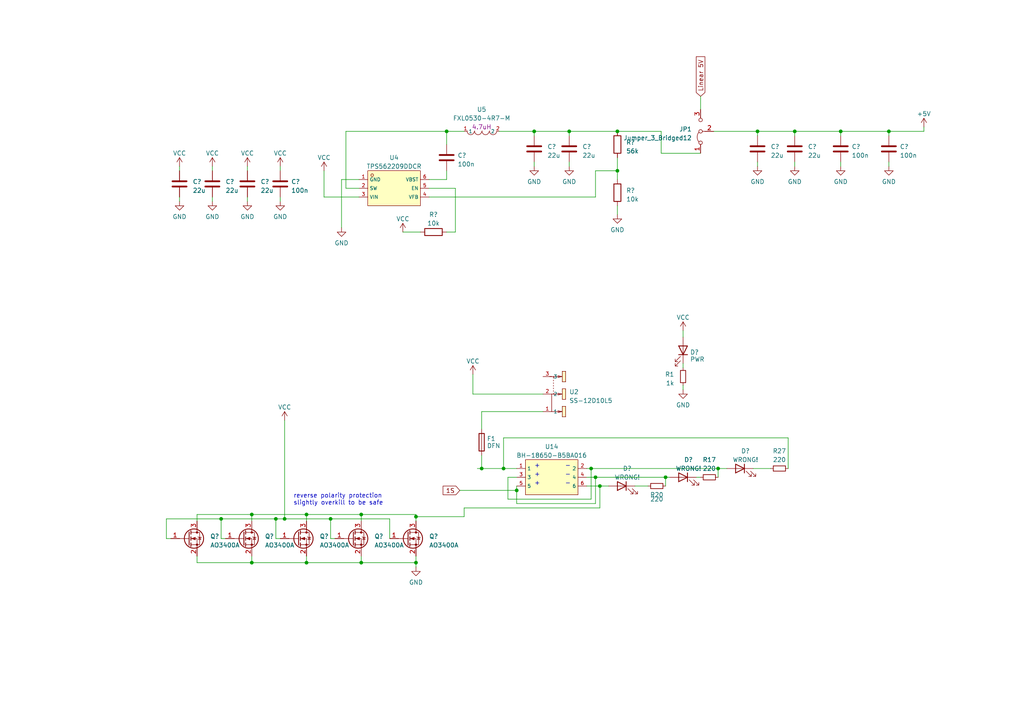
<source format=kicad_sch>
(kicad_sch (version 20230121) (generator eeschema)
  (paper "A4")
  (lib_symbols
    (symbol "BH-18650-B5BA016:BH-18650-B5BA016"
      (property "Reference" "U" (at 0 1.27 0))
      (property "Value" "BH-18650-B5BA016" (at 0 -2.54 0))
      (symbol "BH-18650-B5BA016_0_1"
        (rectangle (start -7.62 5.08) (end 7.62 -5.08) (fill (type background)))
        (pin unspecified line (at -10.16 2.54 0) (length 2.54) (name "1") (number "1"))
        (pin unspecified line (at 10.16 2.54 180) (length 2.54) (name "2") (number "2"))
        (pin unspecified line (at -10.16 0 0) (length 2.54) (name "3") (number "3"))
        (pin unspecified line (at 10.16 0 180) (length 2.54) (name "4") (number "4"))
        (pin unspecified line (at -10.16 -2.54 0) (length 2.54) (name "5") (number "5"))
        (pin unspecified line (at 10.16 -2.54 180) (length 2.54) (name "6") (number "6"))
      )
    )
    (symbol "Device:C" (pin_numbers hide) (pin_names (offset 0.254))
      (property "Reference" "C" (at 0.635 2.54 0))
      (property "Value" "C" (at 0.635 -2.54 0))
      (symbol "C_0_1"
        (polyline (pts (xy -2.032 -0.762) (xy 2.032 -0.762)) (stroke (width 0.508)))
        (polyline (pts (xy -2.032 0.762) (xy 2.032 0.762)) (stroke (width 0.508)))
      )
      (symbol "C_1_1"
        (pin passive line (at 0 3.81 270) (length 2.794) (name "~") (number "1"))
        (pin passive line (at 0 -3.81 90) (length 2.794) (name "~") (number "2"))
      )
    )
    (symbol "Device:Fuse" (pin_numbers hide) (pin_names (offset 0))
      (property "Reference" "F" (at 2.032 0 90))
      (property "Value" "Fuse" (at -1.905 0 90))
      (symbol "Fuse_0_1"
        (rectangle (start -0.762 -2.54) (end 0.762 2.54) (stroke (width 0.254)))
        (polyline (pts (xy 0 2.54) (xy 0 -2.54)))
      )
      (symbol "Fuse_1_1"
        (pin passive line (at 0 3.81 270) (length 1.27) (name "~") (number "1"))
        (pin passive line (at 0 -3.81 90) (length 1.27) (name "~") (number "2"))
      )
    )
    (symbol "Device:LED" (pin_numbers hide) (pin_names (offset 1.016) hide)
      (property "Reference" "D" (at 0 2.54 0))
      (property "Value" "LED" (at 0 -2.54 0))
      (symbol "LED_0_1"
        (polyline (pts (xy -1.27 -1.27) (xy -1.27 1.27)) (stroke (width 0.254)))
        (polyline (pts (xy -1.27 0) (xy 1.27 0)))
        (polyline (pts (xy 1.27 -1.27) (xy 1.27 1.27) (xy -1.27 0) (xy 1.27 -1.27)) (stroke (width 0.254)))
        (polyline (pts (xy -3.048 -0.762) (xy -4.572 -2.286) (xy -3.81 -2.286) (xy -4.572 -2.286) (xy -4.572 -1.524)))
        (polyline (pts (xy -1.778 -0.762) (xy -3.302 -2.286) (xy -2.54 -2.286) (xy -3.302 -2.286) (xy -3.302 -1.524)))
      )
      (symbol "LED_1_1"
        (pin passive line (at -3.81 0 0) (length 2.54) (name "K") (number "1"))
        (pin passive line (at 3.81 0 180) (length 2.54) (name "A") (number "2"))
      )
    )
    (symbol "Device:R" (pin_numbers hide) (pin_names (offset 0))
      (property "Reference" "R" (at 2.032 0 90))
      (property "Value" "R" (at 0 0 90))
      (symbol "R_0_1"
        (rectangle (start -1.016 -2.54) (end 1.016 2.54) (stroke (width 0.254)))
      )
      (symbol "R_1_1"
        (pin passive line (at 0 3.81 270) (length 1.27) (name "~") (number "1"))
        (pin passive line (at 0 -3.81 90) (length 1.27) (name "~") (number "2"))
      )
    )
    (symbol "Device:R_Small" (pin_numbers hide) (pin_names (offset 0.254) hide)
      (property "Reference" "R" (at 0.762 0.508 0))
      (property "Value" "R_Small" (at 0.762 -1.016 0))
      (symbol "R_Small_0_1"
        (rectangle (start -0.762 1.778) (end 0.762 -1.778) (stroke (width 0.2032)))
      )
      (symbol "R_Small_1_1"
        (pin passive line (at 0 2.54 270) (length 0.762) (name "~") (number "1"))
        (pin passive line (at 0 -2.54 90) (length 0.762) (name "~") (number "2"))
      )
    )
    (symbol "Jumper:Jumper_3_Bridged12" (pin_names (offset 0) hide)
      (property "Reference" "JP" (at -2.54 -2.54 0))
      (property "Value" "Jumper_3_Bridged12" (at 0 2.794 0))
      (symbol "Jumper_3_Bridged12_0_0"
        (circle (center -3.302 0) (radius 0.508))
        (circle (center 0 0) (radius 0.508))
        (circle (center 3.302 0) (radius 0.508))
      )
      (symbol "Jumper_3_Bridged12_0_1"
        (arc (start -0.254 0.508) (mid -1.651 0.9912) (end -3.048 0.508))
        (polyline (pts (xy 0 -1.27) (xy 0 -0.508)))
      )
      (symbol "Jumper_3_Bridged12_1_1"
        (pin passive line (at -6.35 0 0) (length 2.54) (name "A") (number "1"))
        (pin passive line (at 0 -3.81 90) (length 2.54) (name "C") (number "2"))
        (pin passive line (at 6.35 0 180) (length 2.54) (name "B") (number "3"))
      )
    )
    (symbol "Transistor_FET:AO3400A" (pin_names hide)
      (property "Reference" "Q" (at 5.08 1.905 0))
      (property "Value" "AO3400A" (at 5.08 0 0))
      (symbol "AO3400A_0_1"
        (polyline (pts (xy 0.254 0) (xy -2.54 0)))
        (polyline (pts (xy 0.254 1.905) (xy 0.254 -1.905)) (stroke (width 0.254)))
        (polyline (pts (xy 0.762 -1.27) (xy 0.762 -2.286)) (stroke (width 0.254)))
        (polyline (pts (xy 0.762 0.508) (xy 0.762 -0.508)) (stroke (width 0.254)))
        (polyline (pts (xy 0.762 2.286) (xy 0.762 1.27)) (stroke (width 0.254)))
        (polyline (pts (xy 2.54 2.54) (xy 2.54 1.778)))
        (polyline (pts (xy 2.54 -2.54) (xy 2.54 0) (xy 0.762 0)))
        (polyline (pts (xy 0.762 -1.778) (xy 3.302 -1.778) (xy 3.302 1.778) (xy 0.762 1.778)))
        (polyline (pts (xy 1.016 0) (xy 2.032 0.381) (xy 2.032 -0.381) (xy 1.016 0)) (fill (type outline)))
        (polyline (pts (xy 2.794 0.508) (xy 2.921 0.381) (xy 3.683 0.381) (xy 3.81 0.254)))
        (polyline (pts (xy 3.302 0.381) (xy 2.921 -0.254) (xy 3.683 -0.254) (xy 3.302 0.381)))
        (circle (center 1.651 0) (radius 2.794) (stroke (width 0.254)))
        (circle (center 2.54 -1.778) (radius 0.254) (fill (type outline)))
        (circle (center 2.54 1.778) (radius 0.254) (fill (type outline)))
      )
      (symbol "AO3400A_1_1"
        (pin input line (at -5.08 0 0) (length 2.54) (name "G") (number "1"))
        (pin passive line (at 2.54 -5.08 90) (length 2.54) (name "S") (number "2"))
        (pin passive line (at 2.54 5.08 270) (length 2.54) (name "D") (number "3"))
      )
    )
    (symbol "my_symbols:FXL0530-4R7-M"
      (property "Reference" "U" (at 0 1.27 0))
      (property "Value" "FXL0530-4R7-M" (at 0 -2.54 0))
      (property "Inductance" "4.7uH" (at 0 0 0))
      (symbol "FXL0530-4R7-M_0_1"
        (arc (start -4.1877 0.1628) (mid -3.2963 -0.964) (end -2.1694 -0.0727))
        (arc (start -2.033 0.1621) (mid -1.1416 -0.9646) (end -0.0147 -0.0733))
        (arc (start 0.1176 0.1621) (mid 1.009 -0.9646) (end 2.1359 -0.0733))
        (arc (start 2.3104 0.1627) (mid 3.2018 -0.9641) (end 4.3287 -0.0728))
        (pin unspecified line (at -5.08 0 0) (length 0.762) (name "1") (number "1"))
        (pin unspecified line (at 5.08 0 180) (length 0.762) (name "2") (number "2"))
      )
    )
    (symbol "my_symbols:SS-12D10L5"
      (property "Reference" "U" (at 0 1.27 0))
      (property "Value" "SS-12D10L5" (at 0 -2.54 0))
      (symbol "SS-12D10L5_0_1"
        (rectangle (start -6.604 -3.048) (end -3.556 -4.064) (fill (type background)))
        (rectangle (start -1.524 -3.048) (end 1.524 -4.064) (fill (type background)))
        (polyline (pts (xy -5.08 -3.048) (xy -5.334 -1.778)))
        (polyline (pts (xy -5.08 -3.048) (xy -4.826 -1.778)))
        (polyline (pts (xy 0 -3.048) (xy -0.254 -1.778)))
        (polyline (pts (xy 0 -3.048) (xy 0.254 -1.778)))
        (polyline (pts (xy 0 0) (xy 0 -1.27)))
        (polyline (pts (xy 0.762 -0.508) (xy 1.016 -0.508)))
        (polyline (pts (xy 1.524 -0.508) (xy 1.778 -0.508)))
        (polyline (pts (xy 2.286 -0.508) (xy 2.54 -0.508)))
        (polyline (pts (xy 3.048 -0.508) (xy 3.302 -0.508)))
        (polyline (pts (xy 3.81 -0.508) (xy 4.064 -0.508)))
        (polyline (pts (xy 4.572 -0.508) (xy 4.826 -0.508)))
        (polyline (pts (xy 5.08 -3.048) (xy 4.826 -1.778)))
        (polyline (pts (xy 5.08 -3.048) (xy 5.334 -1.778)))
        (polyline (pts (xy 5.08 0.635) (xy 5.08 -0.635)))
        (polyline (pts (xy 0 -2.54) (xy 0 -0.508) (xy 0.254 -0.508)))
        (polyline (pts (xy 4.826 -0.508) (xy 5.08 -0.508) (xy 5.08 -2.54)))
        (polyline (pts (xy -5.08 -3.048) (xy -5.08 0) (xy -2.54 0) (xy 0 0)))
        (rectangle (start 3.556 -3.048) (end 6.604 -4.064) (fill (type background)))
        (pin unspecified line (at -5.08 2.54 270) (length 2.54) (name "1") (number "1"))
        (pin unspecified line (at 0 2.54 270) (length 2.54) (name "2") (number "2"))
        (pin unspecified line (at 5.08 2.54 270) (length 2.54) (name "3") (number "3"))
      )
    )
    (symbol "my_symbols:TPS562209DDCR"
      (property "Reference" "U" (at 0 1.27 0))
      (property "Value" "TPS562209DDCR" (at 0 -2.54 0))
      (symbol "TPS562209DDCR_0_1"
        (rectangle (start -7.62 5.08) (end 7.62 -5.08) (fill (type background)))
        (circle (center -6.35 3.81) (radius 0.381) (fill (type background)))
        (pin unspecified line (at -10.16 2.54 0) (length 2.54) (name "GND") (number "1"))
        (pin unspecified line (at -10.16 0 0) (length 2.54) (name "SW") (number "2"))
        (pin unspecified line (at -10.16 -2.54 0) (length 2.54) (name "VIN") (number "3"))
        (pin unspecified line (at 10.16 -2.54 180) (length 2.54) (name "VFB") (number "4"))
        (pin unspecified line (at 10.16 0 180) (length 2.54) (name "EN") (number "5"))
        (pin unspecified line (at 10.16 2.54 180) (length 2.54) (name "VBST") (number "6"))
      )
    )
    (symbol "power:+5V" (power) (pin_names (offset 0))
      (property "Value" "+5V" (at 0 3.556 0))
      (symbol "+5V_0_1"
        (polyline (pts (xy -0.762 1.27) (xy 0 2.54)))
        (polyline (pts (xy 0 0) (xy 0 2.54)))
        (polyline (pts (xy 0 2.54) (xy 0.762 1.27)))
      )
      (symbol "+5V_1_1"
        (pin power_in line (at 0 0 90) (length 0) hide (name "+5V") (number "1"))
      )
    )
    (symbol "power:GND" (power) (pin_names (offset 0))
      (property "Value" "GND" (at 0 -3.81 0))
      (symbol "GND_0_1"
        (polyline (pts (xy 0 0) (xy 0 -1.27) (xy 1.27 -1.27) (xy 0 -2.54) (xy -1.27 -1.27) (xy 0 -1.27)))
      )
      (symbol "GND_1_1"
        (pin power_in line (at 0 0 270) (length 0) hide (name "GND") (number "1"))
      )
    )
    (symbol "power:VCC" (power) (pin_names (offset 0))
      (property "Value" "VCC" (at 0 3.81 0))
      (symbol "VCC_0_1"
        (polyline (pts (xy -0.762 1.27) (xy 0 2.54)))
        (polyline (pts (xy 0 0) (xy 0 2.54)))
        (polyline (pts (xy 0 2.54) (xy 0.762 1.27)))
      )
      (symbol "VCC_1_1"
        (pin power_in line (at 0 0 90) (length 0) hide (name "VCC") (number "1"))
      )
    )
  )
  (junction (at 88.9 163.195))
  (junction (at 104.775 163.195))
  (junction (at 120.65 149.86))
  (junction (at 129.54 38.1))
  (junction (at 82.55 150.495))
  (junction (at 165.1 38.1))
  (junction (at 193.04 138.43))
  (junction (at 257.81 38.1))
  (junction (at 154.94 38.1))
  (junction (at 139.7 135.89))
  (junction (at 173.99 140.97))
  (junction (at 146.05 135.89))
  (junction (at 64.135 150.495))
  (junction (at 149.86 142.24))
  (junction (at 243.84 38.1))
  (junction (at 80.01 150.495))
  (junction (at 171.45 135.89))
  (junction (at 179.07 38.1))
  (junction (at 219.71 38.1))
  (junction (at 120.65 163.195))
  (junction (at 73.025 163.195))
  (junction (at 230.505 38.1))
  (junction (at 208.28 135.89))
  (junction (at 73.025 149.225))
  (junction (at 104.775 149.225))
  (junction (at 179.07 49.53))
  (junction (at 88.9 149.225))
  (junction (at 172.72 138.43))
  (junction (at 95.885 150.495))
  (wire (pts (xy 71.755 48.26) (xy 71.755 49.53)))
  (wire (pts (xy 144.78 38.1) (xy 154.94 38.1)))
  (wire (pts (xy 64.135 150.495) (xy 64.135 156.21)))
  (wire (pts (xy 173.99 140.97) (xy 173.99 147.32)))
  (wire (pts (xy 81.28 48.26) (xy 81.28 49.53)))
  (wire (pts (xy 179.07 45.72) (xy 179.07 49.53)))
  (wire (pts (xy 230.505 38.1) (xy 230.505 39.37)))
  (wire (pts (xy 243.84 38.1) (xy 243.84 39.37)))
  (wire (pts (xy 218.44 135.89) (xy 223.52 135.89)))
  (wire (pts (xy 170.18 135.89) (xy 171.45 135.89)))
  (wire (pts (xy 179.07 49.53) (xy 172.72 49.53)))
  (wire (pts (xy 120.65 149.86) (xy 134.62 149.86)))
  (wire (pts (xy 170.18 140.97) (xy 173.99 140.97)))
  (wire (pts (xy 179.07 59.69) (xy 179.07 62.23)))
  (wire (pts (xy 198.12 95.885) (xy 198.12 97.79)))
  (wire (pts (xy 219.71 38.1) (xy 219.71 39.37)))
  (wire (pts (xy 73.025 161.29) (xy 73.025 163.195)))
  (wire (pts (xy 193.04 138.43) (xy 193.04 140.97)))
  (wire (pts (xy 133.35 142.24) (xy 149.86 142.24)))
  (wire (pts (xy 165.1 46.99) (xy 165.1 48.26)))
  (wire (pts (xy 82.55 150.495) (xy 80.01 150.495)))
  (wire (pts (xy 134.62 147.32) (xy 134.62 149.86)))
  (wire (pts (xy 191.77 44.45) (xy 191.77 38.1)))
  (wire (pts (xy 154.94 46.99) (xy 154.94 48.26)))
  (wire (pts (xy 124.46 57.15) (xy 172.72 57.15)))
  (wire (pts (xy 48.26 156.21) (xy 49.53 156.21)))
  (wire (pts (xy 52.07 48.26) (xy 52.07 49.53)))
  (wire (pts (xy 104.775 149.225) (xy 120.65 149.225)))
  (wire (pts (xy 120.65 149.225) (xy 120.65 149.86)))
  (wire (pts (xy 104.775 149.225) (xy 104.775 151.13)))
  (wire (pts (xy 219.71 46.99) (xy 219.71 48.26)))
  (wire (pts (xy 137.16 108.585) (xy 137.16 114.3)))
  (wire (pts (xy 113.03 150.495) (xy 95.885 150.495)))
  (wire (pts (xy 61.595 57.15) (xy 61.595 58.42)))
  (wire (pts (xy 172.72 49.53) (xy 172.72 57.15)))
  (wire (pts (xy 104.14 54.61) (xy 100.33 54.61)))
  (wire (pts (xy 198.12 111.76) (xy 198.12 113.03)))
  (wire (pts (xy 113.03 156.21) (xy 113.03 150.495)))
  (wire (pts (xy 173.99 140.97) (xy 176.53 140.97)))
  (wire (pts (xy 149.86 146.05) (xy 172.72 146.05)))
  (wire (pts (xy 179.07 49.53) (xy 179.07 52.07)))
  (wire (pts (xy 116.84 67.31) (xy 121.92 67.31)))
  (wire (pts (xy 208.28 135.89) (xy 210.82 135.89)))
  (wire (pts (xy 80.01 150.495) (xy 80.01 156.21)))
  (wire (pts (xy 172.72 138.43) (xy 172.72 146.05)))
  (wire (pts (xy 124.46 52.07) (xy 129.54 52.07)))
  (wire (pts (xy 147.32 144.78) (xy 147.32 138.43)))
  (wire (pts (xy 146.05 127) (xy 228.6 127)))
  (wire (pts (xy 129.54 38.1) (xy 134.62 38.1)))
  (wire (pts (xy 228.6 127) (xy 228.6 135.89)))
  (wire (pts (xy 165.1 38.1) (xy 179.07 38.1)))
  (wire (pts (xy 57.15 161.29) (xy 57.15 163.195)))
  (wire (pts (xy 120.65 149.86) (xy 120.65 151.13)))
  (wire (pts (xy 138.43 135.89) (xy 139.7 135.89)))
  (wire (pts (xy 97.155 156.21) (xy 95.885 156.21)))
  (wire (pts (xy 139.7 119.38) (xy 157.48 119.38)))
  (wire (pts (xy 230.505 46.99) (xy 230.505 48.26)))
  (wire (pts (xy 71.755 57.15) (xy 71.755 58.42)))
  (wire (pts (xy 146.05 135.89) (xy 149.86 135.89)))
  (wire (pts (xy 198.12 105.41) (xy 198.12 106.68)))
  (wire (pts (xy 93.98 49.53) (xy 93.98 57.15)))
  (wire (pts (xy 139.7 132.08) (xy 139.7 135.89)))
  (wire (pts (xy 104.14 52.07) (xy 99.06 52.07)))
  (wire (pts (xy 154.94 38.1) (xy 154.94 39.37)))
  (wire (pts (xy 170.18 138.43) (xy 172.72 138.43)))
  (wire (pts (xy 171.45 135.89) (xy 171.45 144.78)))
  (wire (pts (xy 149.86 146.05) (xy 149.86 142.24)))
  (wire (pts (xy 267.97 36.83) (xy 267.97 38.1)))
  (wire (pts (xy 147.32 138.43) (xy 149.86 138.43)))
  (wire (pts (xy 73.025 149.225) (xy 88.9 149.225)))
  (wire (pts (xy 219.71 38.1) (xy 230.505 38.1)))
  (wire (pts (xy 137.16 114.3) (xy 157.48 114.3)))
  (wire (pts (xy 171.45 144.78) (xy 147.32 144.78)))
  (wire (pts (xy 129.54 38.1) (xy 129.54 41.91)))
  (wire (pts (xy 48.26 150.495) (xy 64.135 150.495)))
  (wire (pts (xy 88.9 161.29) (xy 88.9 163.195)))
  (wire (pts (xy 201.93 138.43) (xy 203.2 138.43)))
  (wire (pts (xy 132.08 67.31) (xy 129.54 67.31)))
  (wire (pts (xy 73.025 163.195) (xy 88.9 163.195)))
  (wire (pts (xy 100.33 38.1) (xy 129.54 38.1)))
  (wire (pts (xy 95.885 150.495) (xy 95.885 156.21)))
  (wire (pts (xy 120.65 163.195) (xy 120.65 164.465)))
  (wire (pts (xy 52.07 57.15) (xy 52.07 58.42)))
  (wire (pts (xy 57.15 149.225) (xy 57.15 151.13)))
  (wire (pts (xy 73.025 149.225) (xy 73.025 151.13)))
  (wire (pts (xy 243.84 38.1) (xy 257.81 38.1)))
  (wire (pts (xy 172.72 138.43) (xy 193.04 138.43)))
  (wire (pts (xy 173.99 147.32) (xy 134.62 147.32)))
  (wire (pts (xy 165.1 38.1) (xy 165.1 39.37)))
  (wire (pts (xy 208.28 135.89) (xy 208.28 138.43)))
  (wire (pts (xy 64.135 150.495) (xy 80.01 150.495)))
  (wire (pts (xy 81.28 57.15) (xy 81.28 58.42)))
  (wire (pts (xy 95.885 150.495) (xy 82.55 150.495)))
  (wire (pts (xy 104.775 163.195) (xy 120.65 163.195)))
  (wire (pts (xy 154.94 38.1) (xy 165.1 38.1)))
  (wire (pts (xy 146.05 135.89) (xy 146.05 127)))
  (wire (pts (xy 257.81 38.1) (xy 257.81 39.37)))
  (wire (pts (xy 132.08 54.61) (xy 132.08 67.31)))
  (wire (pts (xy 93.98 57.15) (xy 104.14 57.15)))
  (wire (pts (xy 129.54 52.07) (xy 129.54 49.53)))
  (wire (pts (xy 99.06 52.07) (xy 99.06 66.04)))
  (wire (pts (xy 120.65 163.195) (xy 120.65 161.29)))
  (wire (pts (xy 124.46 54.61) (xy 132.08 54.61)))
  (wire (pts (xy 184.15 140.97) (xy 187.96 140.97)))
  (wire (pts (xy 57.15 163.195) (xy 73.025 163.195)))
  (wire (pts (xy 65.405 156.21) (xy 64.135 156.21)))
  (wire (pts (xy 61.595 48.26) (xy 61.595 49.53)))
  (wire (pts (xy 243.84 46.99) (xy 243.84 48.26)))
  (wire (pts (xy 203.2 27.94) (xy 203.2 31.75)))
  (wire (pts (xy 207.01 38.1) (xy 219.71 38.1)))
  (wire (pts (xy 257.81 38.1) (xy 267.97 38.1)))
  (wire (pts (xy 193.04 138.43) (xy 194.31 138.43)))
  (wire (pts (xy 139.7 119.38) (xy 139.7 124.46)))
  (wire (pts (xy 257.81 46.99) (xy 257.81 48.26)))
  (wire (pts (xy 100.33 54.61) (xy 100.33 38.1)))
  (wire (pts (xy 230.505 38.1) (xy 243.84 38.1)))
  (wire (pts (xy 88.9 149.225) (xy 104.775 149.225)))
  (wire (pts (xy 57.15 149.225) (xy 73.025 149.225)))
  (wire (pts (xy 88.9 163.195) (xy 104.775 163.195)))
  (wire (pts (xy 80.01 156.21) (xy 81.28 156.21)))
  (wire (pts (xy 48.26 150.495) (xy 48.26 156.21)))
  (wire (pts (xy 179.07 38.1) (xy 191.77 38.1)))
  (wire (pts (xy 203.2 44.45) (xy 191.77 44.45)))
  (wire (pts (xy 82.55 121.92) (xy 82.55 150.495)))
  (wire (pts (xy 171.45 135.89) (xy 208.28 135.89)))
  (wire (pts (xy 88.9 149.225) (xy 88.9 151.13)))
  (wire (pts (xy 149.86 142.24) (xy 149.86 140.97)))
  (wire (pts (xy 139.7 135.89) (xy 146.05 135.89)))
  (wire (pts (xy 104.775 161.29) (xy 104.775 163.195)))
  (text "reverse polarity protection\nslightly overkill to be safe" (at 85.09 146.685 0) (effects (font (size 1.27 1.27)) (justify left bottom)))
  (text "-" (at 163.83 138.43 0) (effects (font (size 1.27 1.27)) (justify left bottom)))
  (text "-" (at 163.83 135.89 0) (effects (font (size 1.27 1.27)) (justify left bottom)))
  (text "+" (at 154.94 135.89 0) (effects (font (size 1.27 1.27)) (justify left bottom)))
  (text "+" (at 154.94 138.43 0) (effects (font (size 1.27 1.27)) (justify left bottom)))
  (text "-" (at 163.83 140.97 0) (effects (font (size 1.27 1.27)) (justify left bottom)))
  (text "+" (at 154.94 140.97 0) (effects (font (size 1.27 1.27)) (justify left bottom)))
  (global_label "Linear 5V" (shape input) (at 203.2 27.94 90) (property "Intersheetrefs" "${INTERSHEET_REFS}" (effects hide)))
  (global_label "1S" (shape input) (at 133.35 142.24 180) (property "Intersheetrefs" "${INTERSHEET_REFS}" (effects hide)))
  (symbol (lib_id "Transistor_FET:AO3400A") (at 54.61 156.21 0) (unit 1)
    (property "Reference" "Q?" (at 60.96 155.575 0) (effects (justify left)))
    (property "Value" "AO3400A" (at 60.96 158.115 0) (effects (justify left)))
    (property "Footprint" "Package_TO_SOT_SMD:SOT-23" (effects hide))
    (property "Datasheet" "http://www.aosmd.com/pdfs/datasheet/AO3400A.pdf" (effects hide))
    (property "JLCPCB Part#" "C20917" (effects hide))
    (instances (project "version_1" (path "" (reference "Q?") (unit 1)) (path "" (reference "Q6") (unit 1)) (path "" (reference "Q24") (unit 1))))
  )
  (symbol (lib_id "Device:C") (at 165.1 43.18 0) (unit 1)
    (property "Reference" "C?" (at 168.91 42.545 0) (effects (justify left)))
    (property "Value" "22u" (at 168.91 45.085 0) (effects (justify left)))
    (property "Footprint" "Capacitor_SMD:C_0805_2012Metric_Pad1.18x1.45mm_HandSolder" (effects hide))
    (instances (project "version_1" (path "" (reference "C?") (unit 1)) (path "" (reference "C58") (unit 1))))
  )
  (symbol (lib_id "power:GND") (at 154.94 48.26 0) (unit 1)
    (property "Reference" "#PWR?" (effects hide))
    (property "Value" "GND" (at 154.94 52.705 0))
    (instances (project "version_1" (path "" (reference "#PWR?") (unit 1)) (path "" (reference "#PWR021") (unit 1))))
  )
  (symbol (lib_id "power:VCC") (at 52.07 48.26 0) (unit 1)
    (property "Reference" "#PWR?" (effects hide))
    (property "Value" "VCC" (at 52.07 44.45 0))
    (instances (project "version_1" (path "" (reference "#PWR?") (unit 1)) (path "" (reference "#PWR097") (unit 1))))
  )
  (symbol (lib_id "Transistor_FET:AO3400A") (at 102.235 156.21 0) (unit 1)
    (property "Reference" "Q?" (at 108.585 155.575 0) (effects (justify left)))
    (property "Value" "AO3400A" (at 108.585 158.115 0) (effects (justify left)))
    (property "Footprint" "Package_TO_SOT_SMD:SOT-23" (effects hide))
    (property "Datasheet" "http://www.aosmd.com/pdfs/datasheet/AO3400A.pdf" (effects hide))
    (property "JLCPCB Part#" "C20917" (effects hide))
    (instances (project "version_1" (path "" (reference "Q?") (unit 1)) (path "" (reference "Q6") (unit 1)) (path "" (reference "Q22") (unit 1))))
  )
  (symbol (lib_id "Device:C") (at 71.755 53.34 0) (unit 1)
    (property "Reference" "C?" (at 75.565 52.705 0) (effects (justify left)))
    (property "Value" "22u" (at 75.565 55.245 0) (effects (justify left)))
    (property "Footprint" "Capacitor_SMD:C_0805_2012Metric_Pad1.18x1.45mm_HandSolder" (effects hide))
    (instances (project "version_1" (path "" (reference "C?") (unit 1)) (path "" (reference "C13") (unit 1))))
  )
  (symbol (lib_id "Transistor_FET:AO3400A") (at 118.11 156.21 0) (unit 1)
    (property "Reference" "Q?" (at 124.46 155.575 0) (effects (justify left)))
    (property "Value" "AO3400A" (at 124.46 158.115 0) (effects (justify left)))
    (property "Footprint" "Package_TO_SOT_SMD:SOT-23" (effects hide))
    (property "Datasheet" "http://www.aosmd.com/pdfs/datasheet/AO3400A.pdf" (effects hide))
    (property "JLCPCB Part#" "C20917" (effects hide))
    (instances (project "version_1" (path "" (reference "Q?") (unit 1)) (path "" (reference "Q6") (unit 1)) (path "" (reference "Q23") (unit 1))))
  )
  (symbol (lib_id "power:GND") (at 99.06 66.04 0) (unit 1)
    (property "Reference" "#PWR?" (effects hide))
    (property "Value" "GND" (at 99.06 70.485 0))
    (instances (project "version_1" (path "" (reference "#PWR?") (unit 1)) (path "" (reference "#PWR018") (unit 1))))
  )
  (symbol (lib_id "Transistor_FET:AO3400A") (at 70.485 156.21 0) (unit 1)
    (property "Reference" "Q?" (at 76.835 155.575 0) (effects (justify left)))
    (property "Value" "AO3400A" (at 76.835 158.115 0) (effects (justify left)))
    (property "Footprint" "Package_TO_SOT_SMD:SOT-23" (effects hide))
    (property "Datasheet" "http://www.aosmd.com/pdfs/datasheet/AO3400A.pdf" (effects hide))
    (property "JLCPCB Part#" "C20917" (effects hide))
    (instances (project "version_1" (path "" (reference "Q?") (unit 1)) (path "" (reference "Q6") (unit 1)) (path "" (reference "Q25") (unit 1))))
  )
  (symbol (lib_id "Device:C") (at 154.94 43.18 0) (unit 1)
    (property "Reference" "C?" (at 158.75 42.545 0) (effects (justify left)))
    (property "Value" "22u" (at 158.75 45.085 0) (effects (justify left)))
    (property "Footprint" "Capacitor_SMD:C_0805_2012Metric_Pad1.18x1.45mm_HandSolder" (effects hide))
    (instances (project "version_1" (path "" (reference "C?") (unit 1)) (path "" (reference "C57") (unit 1))))
  )
  (symbol (lib_id "Device:LED") (at 214.63 135.89 0) (mirror y) (unit 1)
    (property "Reference" "D?" (at 216.2175 130.81 0))
    (property "Value" "WRONG!" (at 216.2175 133.35 0))
    (property "Footprint" "Diode_SMD:D_0805_2012Metric_Pad1.15x1.40mm_HandSolder" (effects hide))
    (property "JLCPCB Part#" "C84256" (effects hide))
    (instances (project "version_1" (path "" (reference "D?") (unit 1)) (path "" (reference "D7") (unit 1))))
  )
  (symbol (lib_id "Device:LED") (at 198.12 138.43 0) (mirror y) (unit 1)
    (property "Reference" "D?" (at 199.7075 133.35 0))
    (property "Value" "WRONG!" (at 199.7075 135.89 0))
    (property "Footprint" "Diode_SMD:D_0805_2012Metric_Pad1.15x1.40mm_HandSolder" (effects hide))
    (property "JLCPCB Part#" "C84256" (effects hide))
    (instances (project "version_1" (path "" (reference "D?") (unit 1)) (path "" (reference "D3") (unit 1))))
  )
  (symbol (lib_id "power:VCC") (at 81.28 48.26 0) (unit 1)
    (property "Reference" "#PWR?" (effects hide))
    (property "Value" "VCC" (at 81.28 44.45 0))
    (instances (project "version_1" (path "" (reference "#PWR?") (unit 1)) (path "" (reference "#PWR063") (unit 1))))
  )
  (symbol (lib_id "power:VCC") (at 137.16 108.585 0) (unit 1)
    (property "Reference" "#PWR?" (effects hide))
    (property "Value" "VCC" (at 137.16 104.775 0))
    (instances (project "version_1" (path "" (reference "#PWR?") (unit 1)) (path "" (reference "#PWR049") (unit 1))))
  )
  (symbol (lib_id "Device:C") (at 52.07 53.34 0) (unit 1)
    (property "Reference" "C?" (at 55.88 52.705 0) (effects (justify left)))
    (property "Value" "22u" (at 55.88 55.245 0) (effects (justify left)))
    (property "Footprint" "Capacitor_SMD:C_0805_2012Metric_Pad1.18x1.45mm_HandSolder" (effects hide))
    (instances (project "version_1" (path "" (reference "C?") (unit 1)) (path "" (reference "C30") (unit 1))))
  )
  (symbol (lib_id "my_symbols:FXL0530-4R7-M") (at 139.7 38.1 0) (unit 1)
    (property "Reference" "U5" (at 139.7053 31.75 0))
    (property "Value" "FXL0530-4R7-M" (at 139.7053 34.29 0))
    (property "Footprint" "footprint:IND-SMD_L5.4-W5.2_FXL0530" (effects hide))
    (property "Datasheet" "https://item.szlcsc.com/188638.html" (effects hide))
    (property "LCSC" "C177246" (effects hide))
    (property "Inductance" "4.7uH" (at 139.7053 36.83 0))
  )
  (symbol (lib_id "power:GND") (at 179.07 62.23 0) (unit 1)
    (property "Reference" "#PWR?" (effects hide))
    (property "Value" "GND" (at 179.07 66.675 0))
    (instances (project "version_1" (path "" (reference "#PWR?") (unit 1)) (path "" (reference "#PWR019") (unit 1))))
  )
  (symbol (lib_id "power:GND") (at 219.71 48.26 0) (unit 1)
    (property "Reference" "#PWR?" (effects hide))
    (property "Value" "GND" (at 219.71 52.705 0))
    (instances (project "version_1" (path "" (reference "#PWR?") (unit 1)) (path "" (reference "#PWR020") (unit 1))))
  )
  (symbol (lib_id "Device:R_Small") (at 205.74 138.43 90) (mirror x) (unit 1)
    (property "Reference" "R17" (at 205.74 133.35 90))
    (property "Value" "220" (at 205.74 135.89 90))
    (property "Footprint" "Resistor_SMD:R_0603_1608Metric_Pad0.98x0.95mm_HandSolder" (effects hide))
  )
  (symbol (lib_id "power:GND") (at 243.84 48.26 0) (unit 1)
    (property "Reference" "#PWR?" (effects hide))
    (property "Value" "GND" (at 243.84 52.705 0))
    (instances (project "version_1" (path "" (reference "#PWR?") (unit 1)) (path "" (reference "#PWR027") (unit 1))))
  )
  (symbol (lib_id "power:VCC") (at 116.84 67.31 0) (unit 1)
    (property "Reference" "#PWR?" (effects hide))
    (property "Value" "VCC" (at 116.84 63.5 0))
    (instances (project "version_1" (path "" (reference "#PWR?") (unit 1)) (path "" (reference "#PWR024") (unit 1))))
  )
  (symbol (lib_id "Device:C") (at 129.54 45.72 0) (unit 1)
    (property "Reference" "C?" (at 132.715 45.085 0) (effects (justify left)))
    (property "Value" "100n" (at 132.715 47.625 0) (effects (justify left)))
    (property "Footprint" "Capacitor_SMD:C_0603_1608Metric_Pad1.08x0.95mm_HandSolder" (effects hide))
    (instances (project "version_1" (path "" (reference "C?") (unit 1)) (path "" (reference "C7") (unit 1))))
  )
  (symbol (lib_id "Device:R") (at 179.07 55.88 180) (unit 1)
    (property "Reference" "R?" (at 181.61 55.245 0) (effects (justify right)))
    (property "Value" "10k" (at 181.61 57.785 0) (effects (justify right)))
    (property "Footprint" "Resistor_SMD:R_0603_1608Metric_Pad0.98x0.95mm_HandSolder" (effects hide))
    (instances (project "version_1" (path "" (reference "R?") (unit 1)) (path "" (reference "R3") (unit 1))))
  )
  (symbol (lib_id "Device:C") (at 257.81 43.18 0) (unit 1)
    (property "Reference" "C?" (at 260.985 42.545 0) (effects (justify left)))
    (property "Value" "100n" (at 260.985 45.085 0) (effects (justify left)))
    (property "Footprint" "Capacitor_SMD:C_0603_1608Metric_Pad1.08x0.95mm_HandSolder" (effects hide))
    (instances (project "version_1" (path "" (reference "C?") (unit 1)) (path "" (reference "C61") (unit 1))))
  )
  (symbol (lib_id "Device:C") (at 243.84 43.18 0) (unit 1)
    (property "Reference" "C?" (at 247.015 42.545 0) (effects (justify left)))
    (property "Value" "100n" (at 247.015 45.085 0) (effects (justify left)))
    (property "Footprint" "Capacitor_SMD:C_0603_1608Metric_Pad1.08x0.95mm_HandSolder" (effects hide))
    (instances (project "version_1" (path "" (reference "C?") (unit 1)) (path "" (reference "C60") (unit 1))))
  )
  (symbol (lib_id "Device:R_Small") (at 226.06 135.89 90) (mirror x) (unit 1)
    (property "Reference" "R27" (at 226.06 130.81 90))
    (property "Value" "220" (at 226.06 133.35 90))
    (property "Footprint" "Resistor_SMD:R_0603_1608Metric_Pad0.98x0.95mm_HandSolder" (effects hide))
  )
  (symbol (lib_id "Device:C") (at 219.71 43.18 0) (unit 1)
    (property "Reference" "C?" (at 223.52 42.545 0) (effects (justify left)))
    (property "Value" "22u" (at 223.52 45.085 0) (effects (justify left)))
    (property "Footprint" "Capacitor_SMD:C_0805_2012Metric_Pad1.18x1.45mm_HandSolder" (effects hide))
    (instances (project "version_1" (path "" (reference "C?") (unit 1)) (path "" (reference "C8") (unit 1))))
  )
  (symbol (lib_id "Device:C") (at 81.28 53.34 0) (unit 1)
    (property "Reference" "C?" (at 84.455 52.705 0) (effects (justify left)))
    (property "Value" "100n" (at 84.455 55.245 0) (effects (justify left)))
    (property "Footprint" "Capacitor_SMD:C_0603_1608Metric_Pad1.08x0.95mm_HandSolder" (effects hide))
    (instances (project "version_1" (path "" (reference "C?") (unit 1)) (path "" (reference "C14") (unit 1))))
  )
  (symbol (lib_id "power:VCC") (at 82.55 121.92 0) (unit 1)
    (property "Reference" "#PWR?" (effects hide))
    (property "Value" "VCC" (at 82.55 118.11 0))
    (instances (project "version_1" (path "" (reference "#PWR?") (unit 1)) (path "" (reference "#PWR0208") (unit 1))))
  )
  (symbol (lib_id "Transistor_FET:AO3400A") (at 86.36 156.21 0) (unit 1)
    (property "Reference" "Q?" (at 92.71 155.575 0) (effects (justify left)))
    (property "Value" "AO3400A" (at 92.71 158.115 0) (effects (justify left)))
    (property "Footprint" "Package_TO_SOT_SMD:SOT-23" (effects hide))
    (property "Datasheet" "http://www.aosmd.com/pdfs/datasheet/AO3400A.pdf" (effects hide))
    (property "JLCPCB Part#" "C20917" (effects hide))
    (instances (project "version_1" (path "" (reference "Q?") (unit 1)) (path "" (reference "Q6") (unit 1)) (path "" (reference "Q21") (unit 1))))
  )
  (symbol (lib_id "Device:LED") (at 198.12 101.6 270) (mirror x) (unit 1)
    (property "Reference" "D?" (at 200.152 102.1635 90) (effects (justify left)))
    (property "Value" "PWR" (at 200.152 104.2115 90) (effects (justify left)))
    (property "Footprint" "Diode_SMD:D_0805_2012Metric_Pad1.15x1.40mm_HandSolder" (effects hide))
    (property "JLCPCB Part#" "C2297" (effects hide))
    (instances (project "version_1" (path "" (reference "D?") (unit 1)) (path "" (reference "D4") (unit 1))))
  )
  (symbol (lib_id "power:GND") (at 198.12 113.03 0) (unit 1)
    (property "Reference" "#PWR?" (effects hide))
    (property "Value" "GND" (at 198.12 117.475 0))
    (instances (project "version_1" (path "" (reference "#PWR?") (unit 1)) (path "" (reference "#PWR068") (unit 1))))
  )
  (symbol (lib_id "power:VCC") (at 93.98 49.53 0) (unit 1)
    (property "Reference" "#PWR?" (effects hide))
    (property "Value" "VCC" (at 93.98 45.72 0))
    (instances (project "version_1" (path "" (reference "#PWR?") (unit 1)) (path "" (reference "#PWR022") (unit 1))))
  )
  (symbol (lib_id "my_symbols:SS-12D10L5") (at 160.02 114.3 90) (unit 1)
    (property "Reference" "U2" (at 165.1 113.665 90) (effects (justify right)))
    (property "Value" "SS-12D10L5" (at 165.1 116.205 90) (effects (justify right)))
    (property "Footprint" "footprint:SW-TH_SS-12D10L5" (effects hide))
    (property "Datasheet" "https://item.szlcsc.com/300106.html" (effects hide))
    (property "LCSC" "C319012" (effects hide))
  )
  (symbol (lib_id "power:GND") (at 52.07 58.42 0) (unit 1)
    (property "Reference" "#PWR?" (effects hide))
    (property "Value" "GND" (at 52.07 62.865 0))
    (instances (project "version_1" (path "" (reference "#PWR?") (unit 1)) (path "" (reference "#PWR098") (unit 1))))
  )
  (symbol (lib_id "BH-18650-B5BA016:BH-18650-B5BA016") (at 160.02 138.43 0) (unit 1)
    (property "Reference" "U14" (at 160.02 129.54 0))
    (property "Value" "BH-18650-B5BA016" (at 160.02 132.08 0))
    (property "Footprint" "footprint:BAT-SMD_BH-18650-B5BA016" (effects hide))
    (property "Datasheet" "https://atta.szlcsc.com/upload/public/pdf/source/20231108/D1617EC59CD55304B33DC60D90FEF183.pdf" (effects hide))
    (property "LCSC" "C19184086" (effects hide))
  )
  (symbol (lib_id "Device:LED") (at 180.34 140.97 0) (mirror y) (unit 1)
    (property "Reference" "D?" (at 181.9275 135.89 0))
    (property "Value" "WRONG!" (at 181.9275 138.43 0))
    (property "Footprint" "Diode_SMD:D_0805_2012Metric_Pad1.15x1.40mm_HandSolder" (effects hide))
    (property "JLCPCB Part#" "C84256" (effects hide))
    (instances (project "version_1" (path "" (reference "D?") (unit 1)) (path "" (reference "D1") (unit 1))))
  )
  (symbol (lib_id "power:GND") (at 81.28 58.42 0) (unit 1)
    (property "Reference" "#PWR?" (effects hide))
    (property "Value" "GND" (at 81.28 62.865 0))
    (instances (project "version_1" (path "" (reference "#PWR?") (unit 1)) (path "" (reference "#PWR064") (unit 1))))
  )
  (symbol (lib_id "power:VCC") (at 61.595 48.26 0) (unit 1)
    (property "Reference" "#PWR?" (effects hide))
    (property "Value" "VCC" (at 61.595 44.45 0))
    (instances (project "version_1" (path "" (reference "#PWR?") (unit 1)) (path "" (reference "#PWR099") (unit 1))))
  )
  (symbol (lib_id "power:VCC") (at 198.12 95.885 0) (unit 1)
    (property "Reference" "#PWR?" (effects hide))
    (property "Value" "VCC" (at 198.12 92.075 0))
    (instances (project "version_1" (path "" (reference "#PWR?") (unit 1)) (path "" (reference "#PWR066") (unit 1))))
  )
  (symbol (lib_id "Device:R_Small") (at 190.5 140.97 90) (unit 1)
    (property "Reference" "R20" (at 190.5 143.51 90))
    (property "Value" "220" (at 190.5 144.78 90))
    (property "Footprint" "Resistor_SMD:R_0603_1608Metric_Pad0.98x0.95mm_HandSolder" (effects hide))
  )
  (symbol (lib_id "power:GND") (at 120.65 164.465 0) (unit 1)
    (property "Reference" "#PWR?" (effects hide))
    (property "Value" "GND" (at 120.65 168.91 0))
    (instances (project "version_1" (path "" (reference "#PWR?") (unit 1)) (path "" (reference "#PWR050") (unit 1))))
  )
  (symbol (lib_id "my_symbols:TPS562209DDCR") (at 114.3 54.61 0) (unit 1)
    (property "Reference" "U4" (at 114.3 45.72 0))
    (property "Value" "TPS562209DDCR" (at 114.3 48.26 0))
    (property "Footprint" "footprint:SOT-23-6_L2.9-W1.6-P0.95-LS2.8-BL" (effects hide))
    (property "Datasheet" "https://item.szlcsc.com/169042.html" (effects hide))
    (property "LCSC" "C411814" (effects hide))
  )
  (symbol (lib_id "power:GND") (at 71.755 58.42 0) (unit 1)
    (property "Reference" "#PWR?" (effects hide))
    (property "Value" "GND" (at 71.755 62.865 0))
    (instances (project "version_1" (path "" (reference "#PWR?") (unit 1)) (path "" (reference "#PWR061") (unit 1))))
  )
  (symbol (lib_id "power:GND") (at 257.81 48.26 0) (unit 1)
    (property "Reference" "#PWR?" (effects hide))
    (property "Value" "GND" (at 257.81 52.705 0))
    (instances (project "version_1" (path "" (reference "#PWR?") (unit 1)) (path "" (reference "#PWR029") (unit 1))))
  )
  (symbol (lib_id "power:GND") (at 61.595 58.42 0) (unit 1)
    (property "Reference" "#PWR?" (effects hide))
    (property "Value" "GND" (at 61.595 62.865 0))
    (instances (project "version_1" (path "" (reference "#PWR?") (unit 1)) (path "" (reference "#PWR0100") (unit 1))))
  )
  (symbol (lib_id "power:GND") (at 165.1 48.26 0) (unit 1)
    (property "Reference" "#PWR?" (effects hide))
    (property "Value" "GND" (at 165.1 52.705 0))
    (instances (project "version_1" (path "" (reference "#PWR?") (unit 1)) (path "" (reference "#PWR023") (unit 1))))
  )
  (symbol (lib_id "Device:R") (at 125.73 67.31 270) (unit 1)
    (property "Reference" "R?" (at 125.73 62.23 90))
    (property "Value" "10k" (at 125.73 64.77 90))
    (property "Footprint" "Resistor_SMD:R_0603_1608Metric_Pad0.98x0.95mm_HandSolder" (effects hide))
    (instances (project "version_1" (path "" (reference "R?") (unit 1)) (path "" (reference "R4") (unit 1))))
  )
  (symbol (lib_id "Device:C") (at 230.505 43.18 0) (unit 1)
    (property "Reference" "C?" (at 234.315 42.545 0) (effects (justify left)))
    (property "Value" "22u" (at 234.315 45.085 0) (effects (justify left)))
    (property "Footprint" "Capacitor_SMD:C_0805_2012Metric_Pad1.18x1.45mm_HandSolder" (effects hide))
    (instances (project "version_1" (path "" (reference "C?") (unit 1)) (path "" (reference "C59") (unit 1))))
  )
  (symbol (lib_id "power:GND") (at 230.505 48.26 0) (unit 1)
    (property "Reference" "#PWR?" (effects hide))
    (property "Value" "GND" (at 230.505 52.705 0))
    (instances (project "version_1" (path "" (reference "#PWR?") (unit 1)) (path "" (reference "#PWR025") (unit 1))))
  )
  (symbol (lib_id "Device:Fuse") (at 139.7 128.27 0) (unit 1)
    (property "Reference" "F1" (at 141.224 127.246 0) (effects (justify left)))
    (property "Value" "DFN" (at 141.224 129.294 0) (effects (justify left)))
    (property "Footprint" "Fuse:Fuse_1210_3225Metric_Pad1.42x2.65mm_HandSolder" (effects hide))
    (property "JLCPCB Part#" "C2760311" (effects hide))
  )
  (symbol (lib_id "Device:C") (at 61.595 53.34 0) (unit 1)
    (property "Reference" "C?" (at 65.405 52.705 0) (effects (justify left)))
    (property "Value" "22u" (at 65.405 55.245 0) (effects (justify left)))
    (property "Footprint" "Capacitor_SMD:C_0805_2012Metric_Pad1.18x1.45mm_HandSolder" (effects hide))
    (instances (project "version_1" (path "" (reference "C?") (unit 1)) (path "" (reference "C31") (unit 1))))
  )
  (symbol (lib_id "Jumper:Jumper_3_Bridged12") (at 203.2 38.1 90) (unit 1)
    (property "Reference" "JP1" (at 200.66 37.465 90) (effects (justify left)))
    (property "Value" "Jumper_3_Bridged12" (at 200.66 40.005 90) (effects (justify left)))
    (property "Footprint" "Jumper:SolderJumper-3_P1.3mm_Bridged12_RoundedPad1.0x1.5mm" (effects hide))
    (instances (project "version_1" (path "" (reference "JP1") (unit 1)) (path "" (reference "JP4") (unit 1))))
  )
  (symbol (lib_id "power:+5V") (at 267.97 36.83 0) (unit 1)
    (property "Reference" "#PWR?" (effects hide))
    (property "Value" "+5V" (at 267.97 33.02 0))
    (instances (project "version_1" (path "" (reference "#PWR?") (unit 1)) (path "" (reference "#PWR026") (unit 1))))
  )
  (symbol (lib_id "power:VCC") (at 71.755 48.26 0) (unit 1)
    (property "Reference" "#PWR?" (effects hide))
    (property "Value" "VCC" (at 71.755 44.45 0))
    (instances (project "version_1" (path "" (reference "#PWR?") (unit 1)) (path "" (reference "#PWR062") (unit 1))))
  )
  (symbol (lib_id "Device:R_Small") (at 198.12 109.22 0) (mirror x) (unit 1)
    (property "Reference" "R1" (at 195.58 108.585 0) (effects (justify right)))
    (property "Value" "1k" (at 195.58 111.125 0) (effects (justify right)))
    (property "Footprint" "Resistor_SMD:R_0603_1608Metric_Pad0.98x0.95mm_HandSolder" (effects hide))
  )
  (symbol (lib_id "Device:R") (at 179.07 41.91 180) (unit 1)
    (property "Reference" "R?" (at 181.61 41.275 0) (effects (justify right)))
    (property "Value" "56k" (at 181.61 43.815 0) (effects (justify right)))
    (property "Footprint" "Resistor_SMD:R_0603_1608Metric_Pad0.98x0.95mm_HandSolder" (effects hide))
    (instances (project "version_1" (path "" (reference "R?") (unit 1)) (path "" (reference "R2") (unit 1))))
  )
)
</source>
